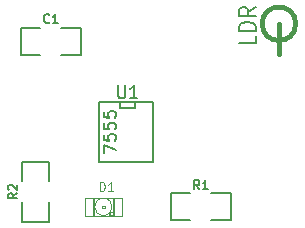
<source format=gto>
G04 (created by PCBNEW (2013-07-07 BZR 4022)-stable) date 24/01/2014 12:39:24 p.m.*
%MOIN*%
G04 Gerber Fmt 3.4, Leading zero omitted, Abs format*
%FSLAX34Y34*%
G01*
G70*
G90*
G04 APERTURE LIST*
%ADD10C,0.00590551*%
%ADD11C,0.005*%
%ADD12C,0.015*%
%ADD13C,0.0026*%
%ADD14C,0.004*%
%ADD15C,0.008*%
%ADD16C,0.0035*%
G04 APERTURE END LIST*
G54D10*
G54D11*
X70400Y-57000D02*
X70400Y-59000D01*
X70400Y-59000D02*
X68600Y-59000D01*
X68600Y-59000D02*
X68600Y-57000D01*
X68600Y-57000D02*
X70400Y-57000D01*
X69800Y-57000D02*
X69800Y-57200D01*
X69800Y-57200D02*
X69300Y-57200D01*
X69300Y-57200D02*
X69300Y-57000D01*
X66000Y-54550D02*
X66000Y-55450D01*
X66000Y-55450D02*
X66650Y-55450D01*
X67350Y-54550D02*
X68000Y-54550D01*
X68000Y-54550D02*
X68000Y-55450D01*
X68000Y-55450D02*
X67350Y-55450D01*
X66650Y-54550D02*
X66000Y-54550D01*
X73000Y-60950D02*
X73000Y-60050D01*
X73000Y-60050D02*
X72350Y-60050D01*
X71650Y-60950D02*
X71000Y-60950D01*
X71000Y-60950D02*
X71000Y-60050D01*
X71000Y-60050D02*
X71650Y-60050D01*
X72350Y-60950D02*
X73000Y-60950D01*
X66950Y-59000D02*
X66050Y-59000D01*
X66050Y-59000D02*
X66050Y-59650D01*
X66950Y-60350D02*
X66950Y-61000D01*
X66950Y-61000D02*
X66050Y-61000D01*
X66050Y-61000D02*
X66050Y-60350D01*
X66950Y-59650D02*
X66950Y-59000D01*
G54D12*
X74600Y-54400D02*
X74600Y-55400D01*
X75159Y-54400D02*
G75*
G03X75159Y-54400I-559J0D01*
G74*
G01*
G54D13*
X68711Y-60539D02*
X68789Y-60539D01*
X68789Y-60539D02*
X68789Y-60461D01*
X68711Y-60461D02*
X68789Y-60461D01*
X68711Y-60539D02*
X68711Y-60461D01*
X68927Y-60775D02*
X69064Y-60775D01*
X69064Y-60775D02*
X69064Y-60677D01*
X68927Y-60677D02*
X69064Y-60677D01*
X68927Y-60775D02*
X68927Y-60677D01*
X69064Y-60775D02*
X69104Y-60775D01*
X69104Y-60775D02*
X69104Y-60304D01*
X69064Y-60304D02*
X69104Y-60304D01*
X69064Y-60775D02*
X69064Y-60304D01*
X69064Y-60284D02*
X69104Y-60284D01*
X69104Y-60284D02*
X69104Y-60225D01*
X69064Y-60225D02*
X69104Y-60225D01*
X69064Y-60284D02*
X69064Y-60225D01*
X68396Y-60775D02*
X68436Y-60775D01*
X68436Y-60775D02*
X68436Y-60304D01*
X68396Y-60304D02*
X68436Y-60304D01*
X68396Y-60775D02*
X68396Y-60304D01*
X68396Y-60284D02*
X68436Y-60284D01*
X68436Y-60284D02*
X68436Y-60225D01*
X68396Y-60225D02*
X68436Y-60225D01*
X68396Y-60284D02*
X68396Y-60225D01*
X68927Y-60775D02*
X68986Y-60775D01*
X68986Y-60775D02*
X68986Y-60677D01*
X68927Y-60677D02*
X68986Y-60677D01*
X68927Y-60775D02*
X68927Y-60677D01*
G54D14*
X69360Y-60795D02*
X68140Y-60795D01*
X68140Y-60795D02*
X68140Y-60205D01*
X68140Y-60205D02*
X69360Y-60205D01*
X69360Y-60205D02*
X69360Y-60795D01*
X68534Y-60696D02*
G75*
G03X68966Y-60695I215J196D01*
G74*
G01*
X68534Y-60303D02*
G75*
G03X68533Y-60695I215J-196D01*
G74*
G01*
X68965Y-60303D02*
G75*
G03X68533Y-60304I-215J-196D01*
G74*
G01*
X68965Y-60696D02*
G75*
G03X68966Y-60304I-215J196D01*
G74*
G01*
G54D11*
X69245Y-56432D02*
X69245Y-56796D01*
X69264Y-56839D01*
X69283Y-56860D01*
X69321Y-56882D01*
X69397Y-56882D01*
X69435Y-56860D01*
X69454Y-56839D01*
X69473Y-56796D01*
X69473Y-56432D01*
X69873Y-56882D02*
X69645Y-56882D01*
X69759Y-56882D02*
X69759Y-56432D01*
X69721Y-56496D01*
X69683Y-56539D01*
X69645Y-56560D01*
X68761Y-58704D02*
X68761Y-58438D01*
X69161Y-58609D01*
X68761Y-58095D02*
X68761Y-58285D01*
X68952Y-58304D01*
X68933Y-58285D01*
X68914Y-58247D01*
X68914Y-58152D01*
X68933Y-58114D01*
X68952Y-58095D01*
X68990Y-58076D01*
X69085Y-58076D01*
X69123Y-58095D01*
X69142Y-58114D01*
X69161Y-58152D01*
X69161Y-58247D01*
X69142Y-58285D01*
X69123Y-58304D01*
X68761Y-57714D02*
X68761Y-57904D01*
X68952Y-57923D01*
X68933Y-57904D01*
X68914Y-57866D01*
X68914Y-57771D01*
X68933Y-57733D01*
X68952Y-57714D01*
X68990Y-57695D01*
X69085Y-57695D01*
X69123Y-57714D01*
X69142Y-57733D01*
X69161Y-57771D01*
X69161Y-57866D01*
X69142Y-57904D01*
X69123Y-57923D01*
X68761Y-57333D02*
X68761Y-57523D01*
X68952Y-57542D01*
X68933Y-57523D01*
X68914Y-57485D01*
X68914Y-57390D01*
X68933Y-57352D01*
X68952Y-57333D01*
X68990Y-57314D01*
X69085Y-57314D01*
X69123Y-57333D01*
X69142Y-57352D01*
X69161Y-57390D01*
X69161Y-57485D01*
X69142Y-57523D01*
X69123Y-57542D01*
X66950Y-54342D02*
X66935Y-54357D01*
X66892Y-54371D01*
X66864Y-54371D01*
X66821Y-54357D01*
X66792Y-54328D01*
X66778Y-54300D01*
X66764Y-54242D01*
X66764Y-54200D01*
X66778Y-54142D01*
X66792Y-54114D01*
X66821Y-54085D01*
X66864Y-54071D01*
X66892Y-54071D01*
X66935Y-54085D01*
X66950Y-54100D01*
X67235Y-54371D02*
X67064Y-54371D01*
X67150Y-54371D02*
X67150Y-54071D01*
X67121Y-54114D01*
X67092Y-54142D01*
X67064Y-54157D01*
X71950Y-59921D02*
X71850Y-59778D01*
X71778Y-59921D02*
X71778Y-59621D01*
X71892Y-59621D01*
X71921Y-59635D01*
X71935Y-59650D01*
X71950Y-59678D01*
X71950Y-59721D01*
X71935Y-59750D01*
X71921Y-59764D01*
X71892Y-59778D01*
X71778Y-59778D01*
X72235Y-59921D02*
X72064Y-59921D01*
X72150Y-59921D02*
X72150Y-59621D01*
X72121Y-59664D01*
X72092Y-59692D01*
X72064Y-59707D01*
X65871Y-60050D02*
X65728Y-60150D01*
X65871Y-60221D02*
X65571Y-60221D01*
X65571Y-60107D01*
X65585Y-60078D01*
X65600Y-60064D01*
X65628Y-60050D01*
X65671Y-60050D01*
X65700Y-60064D01*
X65714Y-60078D01*
X65728Y-60107D01*
X65728Y-60221D01*
X65600Y-59935D02*
X65585Y-59921D01*
X65571Y-59892D01*
X65571Y-59821D01*
X65585Y-59792D01*
X65600Y-59778D01*
X65628Y-59764D01*
X65657Y-59764D01*
X65700Y-59778D01*
X65871Y-59950D01*
X65871Y-59764D01*
G54D15*
X73822Y-54795D02*
X73822Y-55033D01*
X73272Y-55033D01*
X73822Y-54628D02*
X73272Y-54628D01*
X73272Y-54509D01*
X73298Y-54438D01*
X73351Y-54390D01*
X73403Y-54366D01*
X73508Y-54342D01*
X73586Y-54342D01*
X73691Y-54366D01*
X73744Y-54390D01*
X73796Y-54438D01*
X73822Y-54509D01*
X73822Y-54628D01*
X73822Y-53842D02*
X73560Y-54009D01*
X73822Y-54128D02*
X73272Y-54128D01*
X73272Y-53938D01*
X73298Y-53890D01*
X73325Y-53866D01*
X73377Y-53842D01*
X73455Y-53842D01*
X73508Y-53866D01*
X73534Y-53890D01*
X73560Y-53938D01*
X73560Y-54128D01*
G54D16*
X68628Y-59971D02*
X68628Y-59671D01*
X68700Y-59671D01*
X68742Y-59685D01*
X68771Y-59714D01*
X68785Y-59742D01*
X68800Y-59800D01*
X68800Y-59842D01*
X68785Y-59900D01*
X68771Y-59928D01*
X68742Y-59957D01*
X68700Y-59971D01*
X68628Y-59971D01*
X69085Y-59971D02*
X68914Y-59971D01*
X69000Y-59971D02*
X69000Y-59671D01*
X68971Y-59714D01*
X68942Y-59742D01*
X68914Y-59757D01*
M02*

</source>
